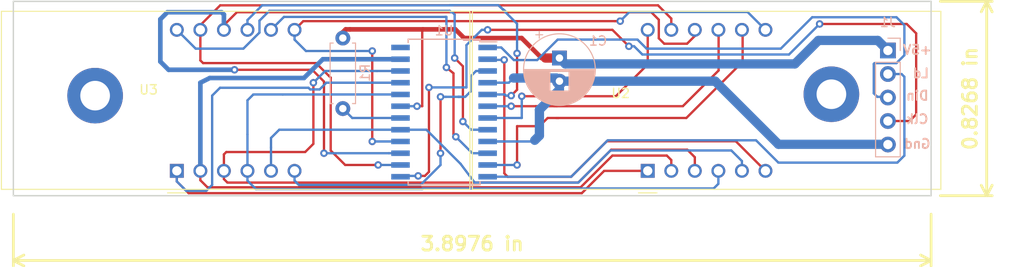
<source format=kicad_pcb>
(kicad_pcb (version 20171130) (host pcbnew "(5.0.2)-1")

  (general
    (thickness 1.6)
    (drawings 15)
    (tracks 330)
    (zones 0)
    (modules 6)
    (nets 24)
  )

  (page A4)
  (layers
    (0 F.Cu signal)
    (31 B.Cu signal)
    (32 B.Adhes user)
    (33 F.Adhes user)
    (34 B.Paste user)
    (35 F.Paste user)
    (36 B.SilkS user)
    (37 F.SilkS user)
    (38 B.Mask user)
    (39 F.Mask user)
    (40 Dwgs.User user)
    (41 Cmts.User user)
    (42 Eco1.User user)
    (43 Eco2.User user)
    (44 Edge.Cuts user)
    (45 Margin user)
    (46 B.CrtYd user)
    (47 F.CrtYd user)
    (48 B.Fab user)
    (49 F.Fab user)
  )

  (setup
    (last_trace_width 0.25)
    (user_trace_width 0.5)
    (user_trace_width 0.75)
    (user_trace_width 1)
    (user_trace_width 1.25)
    (user_trace_width 1.5)
    (trace_clearance 0.2)
    (zone_clearance 0.508)
    (zone_45_only no)
    (trace_min 0.2)
    (segment_width 0.2)
    (edge_width 0.15)
    (via_size 0.8)
    (via_drill 0.4)
    (via_min_size 0.4)
    (via_min_drill 0.3)
    (uvia_size 0.3)
    (uvia_drill 0.1)
    (uvias_allowed no)
    (uvia_min_size 0.2)
    (uvia_min_drill 0.1)
    (pcb_text_width 0.3)
    (pcb_text_size 1.5 1.5)
    (mod_edge_width 0.15)
    (mod_text_size 1 1)
    (mod_text_width 0.15)
    (pad_size 1.524 1.524)
    (pad_drill 0.762)
    (pad_to_mask_clearance 0.051)
    (solder_mask_min_width 0.25)
    (aux_axis_origin 0 0)
    (visible_elements 7FFFFFFF)
    (pcbplotparams
      (layerselection 0x010fc_ffffffff)
      (usegerberextensions false)
      (usegerberattributes false)
      (usegerberadvancedattributes false)
      (creategerberjobfile false)
      (excludeedgelayer true)
      (linewidth 0.100000)
      (plotframeref false)
      (viasonmask false)
      (mode 1)
      (useauxorigin false)
      (hpglpennumber 1)
      (hpglpenspeed 20)
      (hpglpendiameter 15.000000)
      (psnegative false)
      (psa4output false)
      (plotreference true)
      (plotvalue true)
      (plotinvisibletext false)
      (padsonsilk false)
      (subtractmaskfromsilk false)
      (outputformat 1)
      (mirror false)
      (drillshape 0)
      (scaleselection 1)
      (outputdirectory ""))
  )

  (net 0 "")
  (net 1 +5V)
  (net 2 GNDD)
  (net 3 "Net-(J1-Pad2)")
  (net 4 "Net-(J1-Pad3)")
  (net 5 "Net-(J1-Pad4)")
  (net 6 "Net-(R1-Pad1)")
  (net 7 "Net-(U1-Pad2)")
  (net 8 "Net-(U1-Pad3)")
  (net 9 "Net-(U1-Pad5)")
  (net 10 "Net-(U1-Pad6)")
  (net 11 "Net-(U1-Pad7)")
  (net 12 "Net-(U1-Pad8)")
  (net 13 "Net-(U1-Pad10)")
  (net 14 "Net-(U1-Pad11)")
  (net 15 "Net-(U1-Pad14)")
  (net 16 "Net-(U1-Pad15)")
  (net 17 "Net-(U1-Pad16)")
  (net 18 "Net-(U1-Pad17)")
  (net 19 "Net-(U1-Pad20)")
  (net 20 "Net-(U1-Pad21)")
  (net 21 "Net-(U1-Pad22)")
  (net 22 "Net-(U1-Pad23)")
  (net 23 "Net-(U1-Pad24)")

  (net_class Default "This is the default net class."
    (clearance 0.2)
    (trace_width 0.25)
    (via_dia 0.8)
    (via_drill 0.4)
    (uvia_dia 0.3)
    (uvia_drill 0.1)
    (add_net +5V)
    (add_net GNDD)
    (add_net "Net-(J1-Pad2)")
    (add_net "Net-(J1-Pad3)")
    (add_net "Net-(J1-Pad4)")
    (add_net "Net-(R1-Pad1)")
    (add_net "Net-(U1-Pad10)")
    (add_net "Net-(U1-Pad11)")
    (add_net "Net-(U1-Pad14)")
    (add_net "Net-(U1-Pad15)")
    (add_net "Net-(U1-Pad16)")
    (add_net "Net-(U1-Pad17)")
    (add_net "Net-(U1-Pad2)")
    (add_net "Net-(U1-Pad20)")
    (add_net "Net-(U1-Pad21)")
    (add_net "Net-(U1-Pad22)")
    (add_net "Net-(U1-Pad23)")
    (add_net "Net-(U1-Pad24)")
    (add_net "Net-(U1-Pad3)")
    (add_net "Net-(U1-Pad5)")
    (add_net "Net-(U1-Pad6)")
    (add_net "Net-(U1-Pad7)")
    (add_net "Net-(U1-Pad8)")
  )

  (module Capacitor_THT:CP_Radial_D7.5mm_P2.50mm (layer B.Cu) (tedit 5AE50EF0) (tstamp 5DB4DB83)
    (at 152.908 95.123 270)
    (descr "CP, Radial series, Radial, pin pitch=2.50mm, , diameter=7.5mm, Electrolytic Capacitor")
    (tags "CP Radial series Radial pin pitch 2.50mm  diameter 7.5mm Electrolytic Capacitor")
    (path /5DA84158)
    (fp_text reference C1 (at -1.8542 -4.1656) (layer B.SilkS)
      (effects (font (size 1 1) (thickness 0.15)) (justify mirror))
    )
    (fp_text value 100uF (at 1.27 -6.477) (layer B.Fab)
      (effects (font (size 1 1) (thickness 0.15)) (justify mirror))
    )
    (fp_text user %R (at -0.3302 -5.842) (layer B.Fab)
      (effects (font (size 1 1) (thickness 0.15)) (justify mirror))
    )
    (fp_line (start -2.517211 2.55) (end -2.517211 1.8) (layer B.SilkS) (width 0.12))
    (fp_line (start -2.892211 2.175) (end -2.142211 2.175) (layer B.SilkS) (width 0.12))
    (fp_line (start 5.091 0.441) (end 5.091 -0.441) (layer B.SilkS) (width 0.12))
    (fp_line (start 5.051 0.693) (end 5.051 -0.693) (layer B.SilkS) (width 0.12))
    (fp_line (start 5.011 0.877) (end 5.011 -0.877) (layer B.SilkS) (width 0.12))
    (fp_line (start 4.971 1.028) (end 4.971 -1.028) (layer B.SilkS) (width 0.12))
    (fp_line (start 4.931 1.158) (end 4.931 -1.158) (layer B.SilkS) (width 0.12))
    (fp_line (start 4.891 1.275) (end 4.891 -1.275) (layer B.SilkS) (width 0.12))
    (fp_line (start 4.851 1.381) (end 4.851 -1.381) (layer B.SilkS) (width 0.12))
    (fp_line (start 4.811 1.478) (end 4.811 -1.478) (layer B.SilkS) (width 0.12))
    (fp_line (start 4.771 1.569) (end 4.771 -1.569) (layer B.SilkS) (width 0.12))
    (fp_line (start 4.731 1.654) (end 4.731 -1.654) (layer B.SilkS) (width 0.12))
    (fp_line (start 4.691 1.733) (end 4.691 -1.733) (layer B.SilkS) (width 0.12))
    (fp_line (start 4.651 1.809) (end 4.651 -1.809) (layer B.SilkS) (width 0.12))
    (fp_line (start 4.611 1.881) (end 4.611 -1.881) (layer B.SilkS) (width 0.12))
    (fp_line (start 4.571 1.949) (end 4.571 -1.949) (layer B.SilkS) (width 0.12))
    (fp_line (start 4.531 2.014) (end 4.531 -2.014) (layer B.SilkS) (width 0.12))
    (fp_line (start 4.491 2.077) (end 4.491 -2.077) (layer B.SilkS) (width 0.12))
    (fp_line (start 4.451 2.137) (end 4.451 -2.137) (layer B.SilkS) (width 0.12))
    (fp_line (start 4.411 2.195) (end 4.411 -2.195) (layer B.SilkS) (width 0.12))
    (fp_line (start 4.371 2.25) (end 4.371 -2.25) (layer B.SilkS) (width 0.12))
    (fp_line (start 4.331 2.304) (end 4.331 -2.304) (layer B.SilkS) (width 0.12))
    (fp_line (start 4.291 2.355) (end 4.291 -2.355) (layer B.SilkS) (width 0.12))
    (fp_line (start 4.251 2.405) (end 4.251 -2.405) (layer B.SilkS) (width 0.12))
    (fp_line (start 4.211 2.454) (end 4.211 -2.454) (layer B.SilkS) (width 0.12))
    (fp_line (start 4.171 2.5) (end 4.171 -2.5) (layer B.SilkS) (width 0.12))
    (fp_line (start 4.131 2.546) (end 4.131 -2.546) (layer B.SilkS) (width 0.12))
    (fp_line (start 4.091 2.589) (end 4.091 -2.589) (layer B.SilkS) (width 0.12))
    (fp_line (start 4.051 2.632) (end 4.051 -2.632) (layer B.SilkS) (width 0.12))
    (fp_line (start 4.011 2.673) (end 4.011 -2.673) (layer B.SilkS) (width 0.12))
    (fp_line (start 3.971 2.713) (end 3.971 -2.713) (layer B.SilkS) (width 0.12))
    (fp_line (start 3.931 2.752) (end 3.931 -2.752) (layer B.SilkS) (width 0.12))
    (fp_line (start 3.891 2.79) (end 3.891 -2.79) (layer B.SilkS) (width 0.12))
    (fp_line (start 3.851 2.827) (end 3.851 -2.827) (layer B.SilkS) (width 0.12))
    (fp_line (start 3.811 2.863) (end 3.811 -2.863) (layer B.SilkS) (width 0.12))
    (fp_line (start 3.771 2.898) (end 3.771 -2.898) (layer B.SilkS) (width 0.12))
    (fp_line (start 3.731 2.931) (end 3.731 -2.931) (layer B.SilkS) (width 0.12))
    (fp_line (start 3.691 2.964) (end 3.691 -2.964) (layer B.SilkS) (width 0.12))
    (fp_line (start 3.651 2.996) (end 3.651 -2.996) (layer B.SilkS) (width 0.12))
    (fp_line (start 3.611 3.028) (end 3.611 -3.028) (layer B.SilkS) (width 0.12))
    (fp_line (start 3.571 3.058) (end 3.571 -3.058) (layer B.SilkS) (width 0.12))
    (fp_line (start 3.531 -1.04) (end 3.531 -3.088) (layer B.SilkS) (width 0.12))
    (fp_line (start 3.531 3.088) (end 3.531 1.04) (layer B.SilkS) (width 0.12))
    (fp_line (start 3.491 -1.04) (end 3.491 -3.116) (layer B.SilkS) (width 0.12))
    (fp_line (start 3.491 3.116) (end 3.491 1.04) (layer B.SilkS) (width 0.12))
    (fp_line (start 3.451 -1.04) (end 3.451 -3.144) (layer B.SilkS) (width 0.12))
    (fp_line (start 3.451 3.144) (end 3.451 1.04) (layer B.SilkS) (width 0.12))
    (fp_line (start 3.411 -1.04) (end 3.411 -3.172) (layer B.SilkS) (width 0.12))
    (fp_line (start 3.411 3.172) (end 3.411 1.04) (layer B.SilkS) (width 0.12))
    (fp_line (start 3.371 -1.04) (end 3.371 -3.198) (layer B.SilkS) (width 0.12))
    (fp_line (start 3.371 3.198) (end 3.371 1.04) (layer B.SilkS) (width 0.12))
    (fp_line (start 3.331 -1.04) (end 3.331 -3.224) (layer B.SilkS) (width 0.12))
    (fp_line (start 3.331 3.224) (end 3.331 1.04) (layer B.SilkS) (width 0.12))
    (fp_line (start 3.291 -1.04) (end 3.291 -3.249) (layer B.SilkS) (width 0.12))
    (fp_line (start 3.291 3.249) (end 3.291 1.04) (layer B.SilkS) (width 0.12))
    (fp_line (start 3.251 -1.04) (end 3.251 -3.274) (layer B.SilkS) (width 0.12))
    (fp_line (start 3.251 3.274) (end 3.251 1.04) (layer B.SilkS) (width 0.12))
    (fp_line (start 3.211 -1.04) (end 3.211 -3.297) (layer B.SilkS) (width 0.12))
    (fp_line (start 3.211 3.297) (end 3.211 1.04) (layer B.SilkS) (width 0.12))
    (fp_line (start 3.171 -1.04) (end 3.171 -3.321) (layer B.SilkS) (width 0.12))
    (fp_line (start 3.171 3.321) (end 3.171 1.04) (layer B.SilkS) (width 0.12))
    (fp_line (start 3.131 -1.04) (end 3.131 -3.343) (layer B.SilkS) (width 0.12))
    (fp_line (start 3.131 3.343) (end 3.131 1.04) (layer B.SilkS) (width 0.12))
    (fp_line (start 3.091 -1.04) (end 3.091 -3.365) (layer B.SilkS) (width 0.12))
    (fp_line (start 3.091 3.365) (end 3.091 1.04) (layer B.SilkS) (width 0.12))
    (fp_line (start 3.051 -1.04) (end 3.051 -3.386) (layer B.SilkS) (width 0.12))
    (fp_line (start 3.051 3.386) (end 3.051 1.04) (layer B.SilkS) (width 0.12))
    (fp_line (start 3.011 -1.04) (end 3.011 -3.407) (layer B.SilkS) (width 0.12))
    (fp_line (start 3.011 3.407) (end 3.011 1.04) (layer B.SilkS) (width 0.12))
    (fp_line (start 2.971 -1.04) (end 2.971 -3.427) (layer B.SilkS) (width 0.12))
    (fp_line (start 2.971 3.427) (end 2.971 1.04) (layer B.SilkS) (width 0.12))
    (fp_line (start 2.931 -1.04) (end 2.931 -3.447) (layer B.SilkS) (width 0.12))
    (fp_line (start 2.931 3.447) (end 2.931 1.04) (layer B.SilkS) (width 0.12))
    (fp_line (start 2.891 -1.04) (end 2.891 -3.466) (layer B.SilkS) (width 0.12))
    (fp_line (start 2.891 3.466) (end 2.891 1.04) (layer B.SilkS) (width 0.12))
    (fp_line (start 2.851 -1.04) (end 2.851 -3.484) (layer B.SilkS) (width 0.12))
    (fp_line (start 2.851 3.484) (end 2.851 1.04) (layer B.SilkS) (width 0.12))
    (fp_line (start 2.811 -1.04) (end 2.811 -3.502) (layer B.SilkS) (width 0.12))
    (fp_line (start 2.811 3.502) (end 2.811 1.04) (layer B.SilkS) (width 0.12))
    (fp_line (start 2.771 -1.04) (end 2.771 -3.52) (layer B.SilkS) (width 0.12))
    (fp_line (start 2.771 3.52) (end 2.771 1.04) (layer B.SilkS) (width 0.12))
    (fp_line (start 2.731 -1.04) (end 2.731 -3.536) (layer B.SilkS) (width 0.12))
    (fp_line (start 2.731 3.536) (end 2.731 1.04) (layer B.SilkS) (width 0.12))
    (fp_line (start 2.691 -1.04) (end 2.691 -3.553) (layer B.SilkS) (width 0.12))
    (fp_line (start 2.691 3.553) (end 2.691 1.04) (layer B.SilkS) (width 0.12))
    (fp_line (start 2.651 -1.04) (end 2.651 -3.568) (layer B.SilkS) (width 0.12))
    (fp_line (start 2.651 3.568) (end 2.651 1.04) (layer B.SilkS) (width 0.12))
    (fp_line (start 2.611 -1.04) (end 2.611 -3.584) (layer B.SilkS) (width 0.12))
    (fp_line (start 2.611 3.584) (end 2.611 1.04) (layer B.SilkS) (width 0.12))
    (fp_line (start 2.571 -1.04) (end 2.571 -3.598) (layer B.SilkS) (width 0.12))
    (fp_line (start 2.571 3.598) (end 2.571 1.04) (layer B.SilkS) (width 0.12))
    (fp_line (start 2.531 -1.04) (end 2.531 -3.613) (layer B.SilkS) (width 0.12))
    (fp_line (start 2.531 3.613) (end 2.531 1.04) (layer B.SilkS) (width 0.12))
    (fp_line (start 2.491 -1.04) (end 2.491 -3.626) (layer B.SilkS) (width 0.12))
    (fp_line (start 2.491 3.626) (end 2.491 1.04) (layer B.SilkS) (width 0.12))
    (fp_line (start 2.451 -1.04) (end 2.451 -3.64) (layer B.SilkS) (width 0.12))
    (fp_line (start 2.451 3.64) (end 2.451 1.04) (layer B.SilkS) (width 0.12))
    (fp_line (start 2.411 -1.04) (end 2.411 -3.653) (layer B.SilkS) (width 0.12))
    (fp_line (start 2.411 3.653) (end 2.411 1.04) (layer B.SilkS) (width 0.12))
    (fp_line (start 2.371 -1.04) (end 2.371 -3.665) (layer B.SilkS) (width 0.12))
    (fp_line (start 2.371 3.665) (end 2.371 1.04) (layer B.SilkS) (width 0.12))
    (fp_line (start 2.331 -1.04) (end 2.331 -3.677) (layer B.SilkS) (width 0.12))
    (fp_line (start 2.331 3.677) (end 2.331 1.04) (layer B.SilkS) (width 0.12))
    (fp_line (start 2.291 -1.04) (end 2.291 -3.688) (layer B.SilkS) (width 0.12))
    (fp_line (start 2.291 3.688) (end 2.291 1.04) (layer B.SilkS) (width 0.12))
    (fp_line (start 2.251 -1.04) (end 2.251 -3.699) (layer B.SilkS) (width 0.12))
    (fp_line (start 2.251 3.699) (end 2.251 1.04) (layer B.SilkS) (width 0.12))
    (fp_line (start 2.211 -1.04) (end 2.211 -3.71) (layer B.SilkS) (width 0.12))
    (fp_line (start 2.211 3.71) (end 2.211 1.04) (layer B.SilkS) (width 0.12))
    (fp_line (start 2.171 -1.04) (end 2.171 -3.72) (layer B.SilkS) (width 0.12))
    (fp_line (start 2.171 3.72) (end 2.171 1.04) (layer B.SilkS) (width 0.12))
    (fp_line (start 2.131 -1.04) (end 2.131 -3.729) (layer B.SilkS) (width 0.12))
    (fp_line (start 2.131 3.729) (end 2.131 1.04) (layer B.SilkS) (width 0.12))
    (fp_line (start 2.091 -1.04) (end 2.091 -3.738) (layer B.SilkS) (width 0.12))
    (fp_line (start 2.091 3.738) (end 2.091 1.04) (layer B.SilkS) (width 0.12))
    (fp_line (start 2.051 -1.04) (end 2.051 -3.747) (layer B.SilkS) (width 0.12))
    (fp_line (start 2.051 3.747) (end 2.051 1.04) (layer B.SilkS) (width 0.12))
    (fp_line (start 2.011 -1.04) (end 2.011 -3.755) (layer B.SilkS) (width 0.12))
    (fp_line (start 2.011 3.755) (end 2.011 1.04) (layer B.SilkS) (width 0.12))
    (fp_line (start 1.971 -1.04) (end 1.971 -3.763) (layer B.SilkS) (width 0.12))
    (fp_line (start 1.971 3.763) (end 1.971 1.04) (layer B.SilkS) (width 0.12))
    (fp_line (start 1.93 -1.04) (end 1.93 -3.77) (layer B.SilkS) (width 0.12))
    (fp_line (start 1.93 3.77) (end 1.93 1.04) (layer B.SilkS) (width 0.12))
    (fp_line (start 1.89 -1.04) (end 1.89 -3.777) (layer B.SilkS) (width 0.12))
    (fp_line (start 1.89 3.777) (end 1.89 1.04) (layer B.SilkS) (width 0.12))
    (fp_line (start 1.85 -1.04) (end 1.85 -3.784) (layer B.SilkS) (width 0.12))
    (fp_line (start 1.85 3.784) (end 1.85 1.04) (layer B.SilkS) (width 0.12))
    (fp_line (start 1.81 -1.04) (end 1.81 -3.79) (layer B.SilkS) (width 0.12))
    (fp_line (start 1.81 3.79) (end 1.81 1.04) (layer B.SilkS) (width 0.12))
    (fp_line (start 1.77 -1.04) (end 1.77 -3.795) (layer B.SilkS) (width 0.12))
    (fp_line (start 1.77 3.795) (end 1.77 1.04) (layer B.SilkS) (width 0.12))
    (fp_line (start 1.73 -1.04) (end 1.73 -3.801) (layer B.SilkS) (width 0.12))
    (fp_line (start 1.73 3.801) (end 1.73 1.04) (layer B.SilkS) (width 0.12))
    (fp_line (start 1.69 -1.04) (end 1.69 -3.805) (layer B.SilkS) (width 0.12))
    (fp_line (start 1.69 3.805) (end 1.69 1.04) (layer B.SilkS) (width 0.12))
    (fp_line (start 1.65 -1.04) (end 1.65 -3.81) (layer B.SilkS) (width 0.12))
    (fp_line (start 1.65 3.81) (end 1.65 1.04) (layer B.SilkS) (width 0.12))
    (fp_line (start 1.61 -1.04) (end 1.61 -3.814) (layer B.SilkS) (width 0.12))
    (fp_line (start 1.61 3.814) (end 1.61 1.04) (layer B.SilkS) (width 0.12))
    (fp_line (start 1.57 -1.04) (end 1.57 -3.817) (layer B.SilkS) (width 0.12))
    (fp_line (start 1.57 3.817) (end 1.57 1.04) (layer B.SilkS) (width 0.12))
    (fp_line (start 1.53 -1.04) (end 1.53 -3.82) (layer B.SilkS) (width 0.12))
    (fp_line (start 1.53 3.82) (end 1.53 1.04) (layer B.SilkS) (width 0.12))
    (fp_line (start 1.49 -1.04) (end 1.49 -3.823) (layer B.SilkS) (width 0.12))
    (fp_line (start 1.49 3.823) (end 1.49 1.04) (layer B.SilkS) (width 0.12))
    (fp_line (start 1.45 3.825) (end 1.45 -3.825) (layer B.SilkS) (width 0.12))
    (fp_line (start 1.41 3.827) (end 1.41 -3.827) (layer B.SilkS) (width 0.12))
    (fp_line (start 1.37 3.829) (end 1.37 -3.829) (layer B.SilkS) (width 0.12))
    (fp_line (start 1.33 3.83) (end 1.33 -3.83) (layer B.SilkS) (width 0.12))
    (fp_line (start 1.29 3.83) (end 1.29 -3.83) (layer B.SilkS) (width 0.12))
    (fp_line (start 1.25 3.83) (end 1.25 -3.83) (layer B.SilkS) (width 0.12))
    (fp_line (start -1.586233 2.0125) (end -1.586233 1.2625) (layer B.Fab) (width 0.1))
    (fp_line (start -1.961233 1.6375) (end -1.211233 1.6375) (layer B.Fab) (width 0.1))
    (fp_circle (center 1.25 0) (end 5.25 0) (layer B.CrtYd) (width 0.05))
    (fp_circle (center 1.25 0) (end 5.12 0) (layer B.SilkS) (width 0.12))
    (fp_circle (center 1.25 0) (end 5 0) (layer B.Fab) (width 0.1))
    (pad 2 thru_hole circle (at 2.5 0 270) (size 1.6 1.6) (drill 0.8) (layers *.Cu *.Mask)
      (net 2 GNDD))
    (pad 1 thru_hole rect (at 0 0 270) (size 1.6 1.6) (drill 0.8) (layers *.Cu *.Mask)
      (net 1 +5V))
    (model ${KISYS3DMOD}/Capacitor_THT.3dshapes/CP_Radial_D7.5mm_P2.50mm.wrl
      (at (xyz 0 0 0))
      (scale (xyz 1 1 1))
      (rotate (xyz 0 0 0))
    )
  )

  (module Resistor_THT:R_Axial_DIN0207_L6.3mm_D2.5mm_P7.62mm_Horizontal (layer B.Cu) (tedit 5AE5139B) (tstamp 5DB4DBAD)
    (at 129.54 100.584 90)
    (descr "Resistor, Axial_DIN0207 series, Axial, Horizontal, pin pitch=7.62mm, 0.25W = 1/4W, length*diameter=6.3*2.5mm^2, http://cdn-reichelt.de/documents/datenblatt/B400/1_4W%23YAG.pdf")
    (tags "Resistor Axial_DIN0207 series Axial Horizontal pin pitch 7.62mm 0.25W = 1/4W length 6.3mm diameter 2.5mm")
    (path /5DA83BB5)
    (fp_text reference R1 (at 3.8608 2.413 90) (layer B.SilkS)
      (effects (font (size 1 1) (thickness 0.15)) (justify mirror))
    )
    (fp_text value 9K51* (at 5.207 0.127 90) (layer B.Fab)
      (effects (font (size 1 1) (thickness 0.15)) (justify mirror))
    )
    (fp_text user %R (at 2.286 0.127 90) (layer B.Fab)
      (effects (font (size 1 1) (thickness 0.15)) (justify mirror))
    )
    (fp_line (start 8.67 1.5) (end -1.05 1.5) (layer B.CrtYd) (width 0.05))
    (fp_line (start 8.67 -1.5) (end 8.67 1.5) (layer B.CrtYd) (width 0.05))
    (fp_line (start -1.05 -1.5) (end 8.67 -1.5) (layer B.CrtYd) (width 0.05))
    (fp_line (start -1.05 1.5) (end -1.05 -1.5) (layer B.CrtYd) (width 0.05))
    (fp_line (start 7.08 -1.37) (end 7.08 -1.04) (layer B.SilkS) (width 0.12))
    (fp_line (start 0.54 -1.37) (end 7.08 -1.37) (layer B.SilkS) (width 0.12))
    (fp_line (start 0.54 -1.04) (end 0.54 -1.37) (layer B.SilkS) (width 0.12))
    (fp_line (start 7.08 1.37) (end 7.08 1.04) (layer B.SilkS) (width 0.12))
    (fp_line (start 0.54 1.37) (end 7.08 1.37) (layer B.SilkS) (width 0.12))
    (fp_line (start 0.54 1.04) (end 0.54 1.37) (layer B.SilkS) (width 0.12))
    (fp_line (start 7.62 0) (end 6.96 0) (layer B.Fab) (width 0.1))
    (fp_line (start 0 0) (end 0.66 0) (layer B.Fab) (width 0.1))
    (fp_line (start 6.96 1.25) (end 0.66 1.25) (layer B.Fab) (width 0.1))
    (fp_line (start 6.96 -1.25) (end 6.96 1.25) (layer B.Fab) (width 0.1))
    (fp_line (start 0.66 -1.25) (end 6.96 -1.25) (layer B.Fab) (width 0.1))
    (fp_line (start 0.66 1.25) (end 0.66 -1.25) (layer B.Fab) (width 0.1))
    (pad 2 thru_hole oval (at 7.62 0 90) (size 1.6 1.6) (drill 0.8) (layers *.Cu *.Mask)
      (net 1 +5V))
    (pad 1 thru_hole circle (at 0 0 90) (size 1.6 1.6) (drill 0.8) (layers *.Cu *.Mask)
      (net 6 "Net-(R1-Pad1)"))
    (model ${KISYS3DMOD}/Resistor_THT.3dshapes/R_Axial_DIN0207_L6.3mm_D2.5mm_P7.62mm_Horizontal.wrl
      (at (xyz 0 0 0))
      (scale (xyz 1 1 1))
      (rotate (xyz 0 0 0))
    )
  )

  (module Display_7Segment:CA56-12SYKWA (layer F.Cu) (tedit 5A02FE84) (tstamp 5DB4DC3C)
    (at 111.633 107.315 90)
    (descr "4 digit 7 segment green LED, http://www.kingbright.com/attachments/file/psearch/000/00/00/CA56-12SYKWA(Ver.6A).pdf")
    (tags "4 digit 7 segment green LED")
    (path /5DA83B15)
    (fp_text reference U3 (at 8.763 -3.048 180) (layer F.SilkS)
      (effects (font (size 1 1) (thickness 0.15)))
    )
    (fp_text value CC56-12SYKWA (at 6.985 -2.032 180) (layer F.Fab)
      (effects (font (size 1 1) (thickness 0.15)))
    )
    (fp_text user %R (at 8.763 -1.143 180) (layer F.Fab)
      (effects (font (size 1 1) (thickness 0.15)))
    )
    (fp_line (start -1.88 1) (end -1.88 31.5) (layer F.Fab) (width 0.1))
    (fp_line (start -1.88 31.5) (end 17.12 31.5) (layer F.Fab) (width 0.1))
    (fp_line (start 17.12 -18.8) (end 17.12 31.5) (layer F.Fab) (width 0.1))
    (fp_line (start -1.88 -18.8) (end 17.12 -18.8) (layer F.Fab) (width 0.1))
    (fp_line (start -2.38 -1) (end -2.38 1) (layer F.SilkS) (width 0.12))
    (fp_line (start -2.13 31.75) (end -2.13 -19.05) (layer F.CrtYd) (width 0.05))
    (fp_line (start 17.37 31.75) (end -2.13 31.75) (layer F.CrtYd) (width 0.05))
    (fp_line (start 17.37 -19.05) (end 17.37 31.75) (layer F.CrtYd) (width 0.05))
    (fp_line (start -2.13 -19.05) (end 17.37 -19.05) (layer F.CrtYd) (width 0.05))
    (fp_line (start -1.88 -1) (end -1.88 -18.8) (layer F.Fab) (width 0.1))
    (fp_line (start -0.88 0) (end -1.88 -1) (layer F.Fab) (width 0.1))
    (fp_line (start -1.88 1) (end -0.88 0) (layer F.Fab) (width 0.1))
    (fp_line (start 17.24 31.62) (end 17.24 -18.92) (layer F.SilkS) (width 0.12))
    (fp_line (start -2 31.62) (end 17.24 31.62) (layer F.SilkS) (width 0.12))
    (fp_line (start -2 -18.92) (end -2 31.62) (layer F.SilkS) (width 0.12))
    (fp_line (start -2 -18.92) (end 17.24 -18.92) (layer F.SilkS) (width 0.12))
    (pad 12 thru_hole circle (at 15.24 0 90) (size 1.5 1.5) (drill 1) (layers *.Cu *.Mask)
      (net 12 "Net-(U1-Pad8)"))
    (pad 11 thru_hole circle (at 15.24 2.54 90) (size 1.5 1.5) (drill 1) (layers *.Cu *.Mask)
      (net 15 "Net-(U1-Pad14)"))
    (pad 10 thru_hole circle (at 15.24 5.08 90) (size 1.5 1.5) (drill 1) (layers *.Cu *.Mask)
      (net 16 "Net-(U1-Pad15)"))
    (pad 9 thru_hole circle (at 15.24 7.62 90) (size 1.5 1.5) (drill 1) (layers *.Cu *.Mask)
      (net 9 "Net-(U1-Pad5)"))
    (pad 8 thru_hole circle (at 15.24 10.16 90) (size 1.5 1.5) (drill 1) (layers *.Cu *.Mask)
      (net 13 "Net-(U1-Pad10)"))
    (pad 7 thru_hole circle (at 15.24 12.7 90) (size 1.5 1.5) (drill 1) (layers *.Cu *.Mask)
      (net 17 "Net-(U1-Pad16)"))
    (pad 6 thru_hole circle (at 0 12.7 90) (size 1.5 1.5) (drill 1) (layers *.Cu *.Mask)
      (net 8 "Net-(U1-Pad3)"))
    (pad 5 thru_hole circle (at 0 10.16 90) (size 1.5 1.5) (drill 1) (layers *.Cu *.Mask)
      (net 18 "Net-(U1-Pad17)"))
    (pad 4 thru_hole circle (at 0 7.62 90) (size 1.5 1.5) (drill 1) (layers *.Cu *.Mask)
      (net 19 "Net-(U1-Pad20)"))
    (pad 3 thru_hole circle (at 0 5.08 90) (size 1.5 1.5) (drill 1) (layers *.Cu *.Mask)
      (net 21 "Net-(U1-Pad22)"))
    (pad 2 thru_hole circle (at 0 2.54 90) (size 1.5 1.5) (drill 1) (layers *.Cu *.Mask)
      (net 22 "Net-(U1-Pad23)"))
    (pad 1 thru_hole rect (at 0 0 90) (size 1.5 1.5) (drill 1) (layers *.Cu *.Mask)
      (net 20 "Net-(U1-Pad21)"))
    (model ${KISYS3DMOD}/Display_7Segment.3dshapes/CA56-12SYKWA.wrl
      (at (xyz 0 0 0))
      (scale (xyz 1 1 1))
      (rotate (xyz 0 0 0))
    )
  )

  (module Connector_PinHeader_2.54mm:PinHeader_1x05_P2.54mm_Vertical (layer B.Cu) (tedit 59FED5CC) (tstamp 5DB4DB9C)
    (at 188.341 94.3102 180)
    (descr "Through hole straight pin header, 1x05, 2.54mm pitch, single row")
    (tags "Through hole pin header THT 1x05 2.54mm single row")
    (path /5DA84379)
    (fp_text reference J1 (at 0 3.048 180) (layer B.SilkS)
      (effects (font (size 1 1) (thickness 0.15)) (justify mirror))
    )
    (fp_text value Conn_01x05 (at 2.921 -12.954 180) (layer B.Fab)
      (effects (font (size 1 1) (thickness 0.15)) (justify mirror))
    )
    (fp_line (start -0.635 1.27) (end 1.27 1.27) (layer B.Fab) (width 0.1))
    (fp_line (start 1.27 1.27) (end 1.27 -11.43) (layer B.Fab) (width 0.1))
    (fp_line (start 1.27 -11.43) (end -1.27 -11.43) (layer B.Fab) (width 0.1))
    (fp_line (start -1.27 -11.43) (end -1.27 0.635) (layer B.Fab) (width 0.1))
    (fp_line (start -1.27 0.635) (end -0.635 1.27) (layer B.Fab) (width 0.1))
    (fp_line (start -1.33 -11.49) (end 1.33 -11.49) (layer B.SilkS) (width 0.12))
    (fp_line (start -1.33 -1.27) (end -1.33 -11.49) (layer B.SilkS) (width 0.12))
    (fp_line (start 1.33 -1.27) (end 1.33 -11.49) (layer B.SilkS) (width 0.12))
    (fp_line (start -1.33 -1.27) (end 1.33 -1.27) (layer B.SilkS) (width 0.12))
    (fp_line (start -1.33 0) (end -1.33 1.33) (layer B.SilkS) (width 0.12))
    (fp_line (start -1.33 1.33) (end 0 1.33) (layer B.SilkS) (width 0.12))
    (fp_line (start -1.8 1.8) (end -1.8 -11.95) (layer B.CrtYd) (width 0.05))
    (fp_line (start -1.8 -11.95) (end 1.8 -11.95) (layer B.CrtYd) (width 0.05))
    (fp_line (start 1.8 -11.95) (end 1.8 1.8) (layer B.CrtYd) (width 0.05))
    (fp_line (start 1.8 1.8) (end -1.8 1.8) (layer B.CrtYd) (width 0.05))
    (fp_text user %R (at 0 -5.08 90) (layer B.Fab)
      (effects (font (size 1 1) (thickness 0.15)) (justify mirror))
    )
    (pad 1 thru_hole rect (at 0 0 180) (size 1.7 1.7) (drill 1) (layers *.Cu *.Mask)
      (net 1 +5V))
    (pad 2 thru_hole oval (at 0 -2.54 180) (size 1.7 1.7) (drill 1) (layers *.Cu *.Mask)
      (net 3 "Net-(J1-Pad2)"))
    (pad 3 thru_hole oval (at 0 -5.08 180) (size 1.7 1.7) (drill 1) (layers *.Cu *.Mask)
      (net 4 "Net-(J1-Pad3)"))
    (pad 4 thru_hole oval (at 0 -7.62 180) (size 1.7 1.7) (drill 1) (layers *.Cu *.Mask)
      (net 5 "Net-(J1-Pad4)"))
    (pad 5 thru_hole oval (at 0 -10.16 180) (size 1.7 1.7) (drill 1) (layers *.Cu *.Mask)
      (net 2 GNDD))
    (model ${KISYS3DMOD}/Connector_PinHeader_2.54mm.3dshapes/PinHeader_1x05_P2.54mm_Vertical.wrl
      (at (xyz 0 0 0))
      (scale (xyz 1 1 1))
      (rotate (xyz 0 0 0))
    )
  )

  (module Display_7Segment:CA56-12SYKWA (layer F.Cu) (tedit 5A02FE84) (tstamp 5DB4DC1B)
    (at 162.433 107.315 90)
    (descr "4 digit 7 segment green LED, http://www.kingbright.com/attachments/file/psearch/000/00/00/CA56-12SYKWA(Ver.6A).pdf")
    (tags "4 digit 7 segment green LED")
    (path /5DA83A71)
    (fp_text reference U2 (at 8.382 -2.921 180) (layer F.SilkS)
      (effects (font (size 1 1) (thickness 0.15)))
    )
    (fp_text value CC56-12SYKWA (at 6.604 2.159 180) (layer F.Fab)
      (effects (font (size 1 1) (thickness 0.15)))
    )
    (fp_line (start -2 -18.92) (end 17.24 -18.92) (layer F.SilkS) (width 0.12))
    (fp_line (start -2 -18.92) (end -2 31.62) (layer F.SilkS) (width 0.12))
    (fp_line (start -2 31.62) (end 17.24 31.62) (layer F.SilkS) (width 0.12))
    (fp_line (start 17.24 31.62) (end 17.24 -18.92) (layer F.SilkS) (width 0.12))
    (fp_line (start -1.88 1) (end -0.88 0) (layer F.Fab) (width 0.1))
    (fp_line (start -0.88 0) (end -1.88 -1) (layer F.Fab) (width 0.1))
    (fp_line (start -1.88 -1) (end -1.88 -18.8) (layer F.Fab) (width 0.1))
    (fp_line (start -2.13 -19.05) (end 17.37 -19.05) (layer F.CrtYd) (width 0.05))
    (fp_line (start 17.37 -19.05) (end 17.37 31.75) (layer F.CrtYd) (width 0.05))
    (fp_line (start 17.37 31.75) (end -2.13 31.75) (layer F.CrtYd) (width 0.05))
    (fp_line (start -2.13 31.75) (end -2.13 -19.05) (layer F.CrtYd) (width 0.05))
    (fp_line (start -2.38 -1) (end -2.38 1) (layer F.SilkS) (width 0.12))
    (fp_line (start -1.88 -18.8) (end 17.12 -18.8) (layer F.Fab) (width 0.1))
    (fp_line (start 17.12 -18.8) (end 17.12 31.5) (layer F.Fab) (width 0.1))
    (fp_line (start -1.88 31.5) (end 17.12 31.5) (layer F.Fab) (width 0.1))
    (fp_line (start -1.88 1) (end -1.88 31.5) (layer F.Fab) (width 0.1))
    (fp_text user %R (at 8.382 -0.889 180) (layer F.Fab)
      (effects (font (size 1 1) (thickness 0.15)))
    )
    (pad 1 thru_hole rect (at 0 0 90) (size 1.5 1.5) (drill 1) (layers *.Cu *.Mask)
      (net 20 "Net-(U1-Pad21)"))
    (pad 2 thru_hole circle (at 0 2.54 90) (size 1.5 1.5) (drill 1) (layers *.Cu *.Mask)
      (net 22 "Net-(U1-Pad23)"))
    (pad 3 thru_hole circle (at 0 5.08 90) (size 1.5 1.5) (drill 1) (layers *.Cu *.Mask)
      (net 21 "Net-(U1-Pad22)"))
    (pad 4 thru_hole circle (at 0 7.62 90) (size 1.5 1.5) (drill 1) (layers *.Cu *.Mask)
      (net 19 "Net-(U1-Pad20)"))
    (pad 5 thru_hole circle (at 0 10.16 90) (size 1.5 1.5) (drill 1) (layers *.Cu *.Mask)
      (net 18 "Net-(U1-Pad17)"))
    (pad 6 thru_hole circle (at 0 12.7 90) (size 1.5 1.5) (drill 1) (layers *.Cu *.Mask)
      (net 7 "Net-(U1-Pad2)"))
    (pad 7 thru_hole circle (at 15.24 12.7 90) (size 1.5 1.5) (drill 1) (layers *.Cu *.Mask)
      (net 17 "Net-(U1-Pad16)"))
    (pad 8 thru_hole circle (at 15.24 10.16 90) (size 1.5 1.5) (drill 1) (layers *.Cu *.Mask)
      (net 14 "Net-(U1-Pad11)"))
    (pad 9 thru_hole circle (at 15.24 7.62 90) (size 1.5 1.5) (drill 1) (layers *.Cu *.Mask)
      (net 10 "Net-(U1-Pad6)"))
    (pad 10 thru_hole circle (at 15.24 5.08 90) (size 1.5 1.5) (drill 1) (layers *.Cu *.Mask)
      (net 16 "Net-(U1-Pad15)"))
    (pad 11 thru_hole circle (at 15.24 2.54 90) (size 1.5 1.5) (drill 1) (layers *.Cu *.Mask)
      (net 15 "Net-(U1-Pad14)"))
    (pad 12 thru_hole circle (at 15.24 0 90) (size 1.5 1.5) (drill 1) (layers *.Cu *.Mask)
      (net 11 "Net-(U1-Pad7)"))
    (model ${KISYS3DMOD}/Display_7Segment.3dshapes/CA56-12SYKWA.wrl
      (at (xyz 0 0 0))
      (scale (xyz 1 1 1))
      (rotate (xyz 0 0 0))
    )
  )

  (module Package_SO:SOIC-24W_7.5x15.4mm_P1.27mm (layer B.Cu) (tedit 5A02F2D3) (tstamp 60556F5F)
    (at 140.462 100.965 180)
    (descr "24-Lead Plastic Small Outline (SO) - Wide, 7.50 mm Body [SOIC] (see Microchip Packaging Specification 00000049BS.pdf)")
    (tags "SOIC 1.27")
    (path /5DA839EA)
    (attr smd)
    (fp_text reference U1 (at 0 8.8 180) (layer B.SilkS)
      (effects (font (size 1 1) (thickness 0.15)) (justify mirror))
    )
    (fp_text value MAX7219 (at 0 -8.8 180) (layer B.Fab)
      (effects (font (size 1 1) (thickness 0.15)) (justify mirror))
    )
    (fp_text user %R (at 0 0 180) (layer B.Fab)
      (effects (font (size 1 1) (thickness 0.15)) (justify mirror))
    )
    (fp_line (start -2.75 7.7) (end 3.75 7.7) (layer B.Fab) (width 0.15))
    (fp_line (start 3.75 7.7) (end 3.75 -7.7) (layer B.Fab) (width 0.15))
    (fp_line (start 3.75 -7.7) (end -3.75 -7.7) (layer B.Fab) (width 0.15))
    (fp_line (start -3.75 -7.7) (end -3.75 6.7) (layer B.Fab) (width 0.15))
    (fp_line (start -3.75 6.7) (end -2.75 7.7) (layer B.Fab) (width 0.15))
    (fp_line (start -5.95 8.05) (end -5.95 -8.05) (layer B.CrtYd) (width 0.05))
    (fp_line (start 5.95 8.05) (end 5.95 -8.05) (layer B.CrtYd) (width 0.05))
    (fp_line (start -5.95 8.05) (end 5.95 8.05) (layer B.CrtYd) (width 0.05))
    (fp_line (start -5.95 -8.05) (end 5.95 -8.05) (layer B.CrtYd) (width 0.05))
    (fp_line (start -3.875 7.875) (end -3.875 7.6) (layer B.SilkS) (width 0.15))
    (fp_line (start 3.875 7.875) (end 3.875 7.51) (layer B.SilkS) (width 0.15))
    (fp_line (start 3.875 -7.875) (end 3.875 -7.51) (layer B.SilkS) (width 0.15))
    (fp_line (start -3.875 -7.875) (end -3.875 -7.51) (layer B.SilkS) (width 0.15))
    (fp_line (start -3.875 7.875) (end 3.875 7.875) (layer B.SilkS) (width 0.15))
    (fp_line (start -3.875 -7.875) (end 3.875 -7.875) (layer B.SilkS) (width 0.15))
    (fp_line (start -3.875 7.6) (end -5.7 7.6) (layer B.SilkS) (width 0.15))
    (pad 1 smd rect (at -4.7 6.985 180) (size 2 0.6) (layers B.Cu B.Paste B.Mask)
      (net 4 "Net-(J1-Pad3)"))
    (pad 2 smd rect (at -4.7 5.715 180) (size 2 0.6) (layers B.Cu B.Paste B.Mask)
      (net 7 "Net-(U1-Pad2)"))
    (pad 3 smd rect (at -4.7 4.445 180) (size 2 0.6) (layers B.Cu B.Paste B.Mask)
      (net 8 "Net-(U1-Pad3)"))
    (pad 4 smd rect (at -4.7 3.175 180) (size 2 0.6) (layers B.Cu B.Paste B.Mask)
      (net 2 GNDD))
    (pad 5 smd rect (at -4.7 1.905 180) (size 2 0.6) (layers B.Cu B.Paste B.Mask)
      (net 9 "Net-(U1-Pad5)"))
    (pad 6 smd rect (at -4.7 0.635 180) (size 2 0.6) (layers B.Cu B.Paste B.Mask)
      (net 10 "Net-(U1-Pad6)"))
    (pad 7 smd rect (at -4.7 -0.635 180) (size 2 0.6) (layers B.Cu B.Paste B.Mask)
      (net 11 "Net-(U1-Pad7)"))
    (pad 8 smd rect (at -4.7 -1.905 180) (size 2 0.6) (layers B.Cu B.Paste B.Mask)
      (net 12 "Net-(U1-Pad8)"))
    (pad 9 smd rect (at -4.7 -3.175 180) (size 2 0.6) (layers B.Cu B.Paste B.Mask)
      (net 2 GNDD))
    (pad 10 smd rect (at -4.7 -4.445 180) (size 2 0.6) (layers B.Cu B.Paste B.Mask)
      (net 13 "Net-(U1-Pad10)"))
    (pad 11 smd rect (at -4.7 -5.715 180) (size 2 0.6) (layers B.Cu B.Paste B.Mask)
      (net 14 "Net-(U1-Pad11)"))
    (pad 12 smd rect (at -4.7 -6.985 180) (size 2 0.6) (layers B.Cu B.Paste B.Mask)
      (net 3 "Net-(J1-Pad2)"))
    (pad 13 smd rect (at 4.7 -6.985 180) (size 2 0.6) (layers B.Cu B.Paste B.Mask)
      (net 5 "Net-(J1-Pad4)"))
    (pad 14 smd rect (at 4.7 -5.715 180) (size 2 0.6) (layers B.Cu B.Paste B.Mask)
      (net 15 "Net-(U1-Pad14)"))
    (pad 15 smd rect (at 4.7 -4.445 180) (size 2 0.6) (layers B.Cu B.Paste B.Mask)
      (net 16 "Net-(U1-Pad15)"))
    (pad 16 smd rect (at 4.7 -3.175 180) (size 2 0.6) (layers B.Cu B.Paste B.Mask)
      (net 17 "Net-(U1-Pad16)"))
    (pad 17 smd rect (at 4.7 -1.905 180) (size 2 0.6) (layers B.Cu B.Paste B.Mask)
      (net 18 "Net-(U1-Pad17)"))
    (pad 18 smd rect (at 4.7 -0.635 180) (size 2 0.6) (layers B.Cu B.Paste B.Mask)
      (net 6 "Net-(R1-Pad1)"))
    (pad 19 smd rect (at 4.7 0.635 180) (size 2 0.6) (layers B.Cu B.Paste B.Mask)
      (net 1 +5V))
    (pad 20 smd rect (at 4.7 1.905 180) (size 2 0.6) (layers B.Cu B.Paste B.Mask)
      (net 19 "Net-(U1-Pad20)"))
    (pad 21 smd rect (at 4.7 3.175 180) (size 2 0.6) (layers B.Cu B.Paste B.Mask)
      (net 20 "Net-(U1-Pad21)"))
    (pad 22 smd rect (at 4.7 4.445 180) (size 2 0.6) (layers B.Cu B.Paste B.Mask)
      (net 21 "Net-(U1-Pad22)"))
    (pad 23 smd rect (at 4.7 5.715 180) (size 2 0.6) (layers B.Cu B.Paste B.Mask)
      (net 22 "Net-(U1-Pad23)"))
    (pad 24 smd rect (at 4.7 6.985 180) (size 2 0.6) (layers B.Cu B.Paste B.Mask)
      (net 23 "Net-(U1-Pad24)"))
    (model ${KISYS3DMOD}/Package_SO.3dshapes/SOIC-24W_7.5x15.4mm_P1.27mm.wrl
      (at (xyz 0 0 0))
      (scale (xyz 1 1 1))
      (rotate (xyz 0 0 0))
    )
  )

  (dimension 99 (width 0.3) (layer F.SilkS)
    (gr_text "99.000 mm" (at 143.5 115) (layer F.SilkS)
      (effects (font (size 1.5 1.5) (thickness 0.3)))
    )
    (feature1 (pts (xy 193 112) (xy 193 117.586421)))
    (feature2 (pts (xy 94 112) (xy 94 117.586421)))
    (crossbar (pts (xy 94 117) (xy 193 117)))
    (arrow1a (pts (xy 193 117) (xy 191.873496 117.586421)))
    (arrow1b (pts (xy 193 117) (xy 191.873496 116.413579)))
    (arrow2a (pts (xy 94 117) (xy 95.126504 117.586421)))
    (arrow2b (pts (xy 94 117) (xy 95.126504 116.413579)))
  )
  (dimension 21 (width 0.3) (layer F.SilkS)
    (gr_text "21.000 mm" (at 197 99.5 90) (layer F.SilkS)
      (effects (font (size 1.5 1.5) (thickness 0.3)))
    )
    (feature1 (pts (xy 194 89) (xy 199.586421 89)))
    (feature2 (pts (xy 194 110) (xy 199.586421 110)))
    (crossbar (pts (xy 199 110) (xy 199 89)))
    (arrow1a (pts (xy 199 89) (xy 199.586421 90.126504)))
    (arrow1b (pts (xy 199 89) (xy 198.413579 90.126504)))
    (arrow2a (pts (xy 199 110) (xy 199.586421 108.873496)))
    (arrow2b (pts (xy 199 110) (xy 198.413579 108.873496)))
  )
  (gr_text Din (at 191.516 99.187) (layer B.SilkS)
    (effects (font (size 1 1) (thickness 0.2)) (justify mirror))
  )
  (gr_text Ld (at 191.897 96.774) (layer B.SilkS)
    (effects (font (size 1 1) (thickness 0.2)) (justify mirror))
  )
  (gr_text Clk (at 191.516 101.727) (layer B.SilkS)
    (effects (font (size 1 1) (thickness 0.2)) (justify mirror))
  )
  (gr_text Gnd (at 191.516 104.394) (layer B.SilkS)
    (effects (font (size 1 1) (thickness 0.2)) (justify mirror))
  )
  (gr_text +5V (at 191.516 94.234) (layer B.SilkS)
    (effects (font (size 1 1) (thickness 0.2)) (justify mirror))
  )
  (gr_line (start 94 110) (end 94 89) (layer Edge.Cuts) (width 0.15))
  (gr_line (start 193 110) (end 94 110) (layer Edge.Cuts) (width 0.15))
  (gr_line (start 193 89) (end 193 110) (layer Edge.Cuts) (width 0.15))
  (gr_line (start 94 89) (end 193 89) (layer Edge.Cuts) (width 0.15))
  (gr_line (start 94 110) (end 94 89) (layer Margin) (width 0.2))
  (gr_line (start 193 110) (end 94 110) (layer Margin) (width 0.2))
  (gr_line (start 193 89) (end 193 110) (layer Margin) (width 0.2))
  (gr_line (start 94 89) (end 193 89) (layer Margin) (width 0.2))

  (via (at 182.245 99.0346) (size 6) (drill 3.2) (layers F.Cu B.Cu) (net 0))
  (via (at 102.8192 99.187) (size 6) (drill 3.2) (layers F.Cu B.Cu) (net 0) (tstamp 5DAA1B88))
  (segment (start 152.908 95.123) (end 151.384 95.123) (width 1) (layer F.Cu) (net 1))
  (segment (start 148.832002 92.964) (end 150.991002 95.123) (width 0.5) (layer F.Cu) (net 1))
  (segment (start 142.621 92.964) (end 148.832002 92.964) (width 0.5) (layer F.Cu) (net 1))
  (segment (start 150.991002 95.123) (end 151.384 95.123) (width 0.5) (layer F.Cu) (net 1))
  (segment (start 141.6812 92.0242) (end 142.621 92.964) (width 0.5) (layer F.Cu) (net 1))
  (segment (start 139.954 92.0242) (end 141.6812 92.0242) (width 0.5) (layer F.Cu) (net 1))
  (segment (start 129.54 92.583) (end 129.54 92.964) (width 0.25) (layer F.Cu) (net 1))
  (segment (start 129.54 92.964) (end 129.54 92.329) (width 0.5) (layer F.Cu) (net 1))
  (segment (start 129.8448 92.0242) (end 130.3128 92.0242) (width 0.5) (layer F.Cu) (net 1))
  (segment (start 129.54 92.329) (end 129.8448 92.0242) (width 0.5) (layer F.Cu) (net 1))
  (segment (start 135.762 100.33) (end 137.541 100.33) (width 0.25) (layer B.Cu) (net 1))
  (via (at 137.541 100.33) (size 0.8) (drill 0.4) (layers F.Cu B.Cu) (net 1))
  (segment (start 137.541 100.33) (end 138.106685 100.33) (width 0.25) (layer F.Cu) (net 1))
  (segment (start 138.106685 92.093515) (end 138.176 92.0242) (width 0.25) (layer F.Cu) (net 1))
  (segment (start 130.3128 92.0242) (end 138.176 92.0242) (width 0.5) (layer F.Cu) (net 1))
  (segment (start 138.106685 100.33) (end 138.106685 92.093515) (width 0.25) (layer F.Cu) (net 1))
  (segment (start 138.176 92.0242) (end 139.954 92.0242) (width 0.5) (layer F.Cu) (net 1))
  (segment (start 187.2488 93.218) (end 188.341 94.3102) (width 1) (layer B.Cu) (net 1))
  (segment (start 180.848 93.218) (end 187.2488 93.218) (width 1) (layer B.Cu) (net 1))
  (segment (start 178.308 95.758) (end 180.848 93.218) (width 1) (layer B.Cu) (net 1))
  (segment (start 152.908 95.123) (end 153.543 95.758) (width 1) (layer B.Cu) (net 1))
  (segment (start 153.543 95.758) (end 178.308 95.758) (width 1) (layer B.Cu) (net 1))
  (segment (start 152.567 97.282) (end 147.955 97.282) (width 1) (layer B.Cu) (net 2))
  (segment (start 152.908 97.623) (end 152.567 97.282) (width 1) (layer B.Cu) (net 2))
  (segment (start 169.7082 97.623) (end 152.908 97.623) (width 1) (layer B.Cu) (net 2))
  (segment (start 176.53 104.4448) (end 169.7082 97.623) (width 1) (layer B.Cu) (net 2))
  (segment (start 188.341 104.4702) (end 188.3156 104.4448) (width 1) (layer B.Cu) (net 2))
  (segment (start 188.3156 104.4448) (end 176.53 104.4448) (width 1) (layer B.Cu) (net 2))
  (segment (start 152.908 98.75437) (end 152.908 97.623) (width 1) (layer B.Cu) (net 2))
  (segment (start 152.70563 98.75437) (end 152.908 98.75437) (width 1) (layer B.Cu) (net 2))
  (segment (start 150.749 100.711) (end 152.70563 98.75437) (width 1) (layer B.Cu) (net 2))
  (segment (start 150.749 103.505) (end 150.749 100.711) (width 1) (layer B.Cu) (net 2))
  (segment (start 150.241 104.013) (end 150.749 103.505) (width 1) (layer B.Cu) (net 2))
  (segment (start 146.412 97.79) (end 145.162 97.79) (width 0.25) (layer B.Cu) (net 2))
  (segment (start 147.447 97.79) (end 146.412 97.79) (width 0.25) (layer B.Cu) (net 2))
  (segment (start 147.955 97.282) (end 147.447 97.79) (width 0.25) (layer B.Cu) (net 2))
  (segment (start 146.812 104.14) (end 145.162 104.14) (width 0.25) (layer B.Cu) (net 2))
  (segment (start 150.114 104.14) (end 145.162 104.14) (width 0.25) (layer B.Cu) (net 2))
  (segment (start 150.241 104.013) (end 150.114 104.14) (width 0.25) (layer B.Cu) (net 2))
  (segment (start 145.162 107.95) (end 154.178 107.95) (width 0.25) (layer B.Cu) (net 3))
  (segment (start 154.178 107.95) (end 158.115 104.013) (width 0.25) (layer B.Cu) (net 3))
  (segment (start 158.115 104.013) (end 174.117 104.013) (width 0.25) (layer B.Cu) (net 3))
  (segment (start 174.117 104.013) (end 176.53 106.426) (width 0.25) (layer B.Cu) (net 3))
  (segment (start 176.53 106.426) (end 189.357 106.426) (width 0.25) (layer B.Cu) (net 3))
  (segment (start 189.357 106.426) (end 190.119 105.664) (width 0.25) (layer B.Cu) (net 3))
  (segment (start 190.119 105.664) (end 190.119 97.155) (width 0.25) (layer B.Cu) (net 3))
  (segment (start 189.8142 96.8502) (end 188.341 96.8502) (width 0.25) (layer B.Cu) (net 3))
  (segment (start 190.119 97.155) (end 189.8142 96.8502) (width 0.25) (layer B.Cu) (net 3))
  (segment (start 188.341 99.3902) (end 187.8584 99.3902) (width 0.25) (layer F.Cu) (net 4))
  (segment (start 188.2648 99.314) (end 188.341 99.3902) (width 0.25) (layer B.Cu) (net 4))
  (segment (start 187.198 99.314) (end 188.2648 99.314) (width 0.25) (layer B.Cu) (net 4))
  (segment (start 161.326999 93.127999) (end 162.306 94.107) (width 0.25) (layer B.Cu) (net 4))
  (segment (start 152.717999 93.127999) (end 161.326999 93.127999) (width 0.25) (layer B.Cu) (net 4))
  (segment (start 189.261003 95.675199) (end 186.899801 95.675199) (width 0.25) (layer B.Cu) (net 4))
  (segment (start 150.505997 95.340001) (end 152.717999 93.127999) (width 0.25) (layer B.Cu) (net 4))
  (segment (start 147.987999 95.340001) (end 150.505997 95.340001) (width 0.25) (layer B.Cu) (net 4))
  (segment (start 145.162 93.98) (end 146.627998 93.98) (width 0.25) (layer B.Cu) (net 4))
  (segment (start 146.627998 93.98) (end 147.987999 95.340001) (width 0.25) (layer B.Cu) (net 4))
  (segment (start 162.306 94.107) (end 176.784 94.107) (width 0.25) (layer B.Cu) (net 4))
  (segment (start 176.784 94.107) (end 180.176001 90.714999) (width 0.25) (layer B.Cu) (net 4))
  (segment (start 180.176001 90.714999) (end 189.266999 90.714999) (width 0.25) (layer B.Cu) (net 4))
  (segment (start 189.266999 90.714999) (end 190.119 91.567) (width 0.25) (layer B.Cu) (net 4))
  (segment (start 186.817 98.933) (end 187.198 99.314) (width 0.25) (layer B.Cu) (net 4))
  (segment (start 190.119 91.567) (end 190.119 94.817202) (width 0.25) (layer B.Cu) (net 4))
  (segment (start 190.119 94.817202) (end 189.261003 95.675199) (width 0.25) (layer B.Cu) (net 4))
  (segment (start 186.899801 95.675199) (end 186.817 95.758) (width 0.25) (layer B.Cu) (net 4))
  (segment (start 186.817 95.758) (end 186.817 98.933) (width 0.25) (layer B.Cu) (net 4))
  (via (at 145.161 92.075) (size 0.8) (drill 0.4) (layers F.Cu B.Cu) (net 5))
  (segment (start 145.161 92.075) (end 158.623 92.075) (width 0.25) (layer F.Cu) (net 5))
  (segment (start 158.623 92.075) (end 160.401 93.853) (width 0.25) (layer F.Cu) (net 5))
  (via (at 160.401 93.853) (size 0.8) (drill 0.4) (layers F.Cu B.Cu) (net 5))
  (via (at 180.975 91.44) (size 0.8) (drill 0.4) (layers F.Cu B.Cu) (net 5))
  (segment (start 180.975 91.44) (end 190.373 91.44) (width 0.25) (layer F.Cu) (net 5))
  (segment (start 190.373 91.44) (end 191.389 92.456) (width 0.25) (layer F.Cu) (net 5))
  (segment (start 191.389 92.456) (end 191.389 101.219) (width 0.25) (layer F.Cu) (net 5))
  (segment (start 190.6778 101.9302) (end 188.341 101.9302) (width 0.25) (layer F.Cu) (net 5))
  (segment (start 191.389 101.219) (end 190.6778 101.9302) (width 0.25) (layer F.Cu) (net 5))
  (via (at 138.831685 98.298) (size 0.8) (drill 0.4) (layers F.Cu B.Cu) (net 5))
  (segment (start 138.811 98.298) (end 138.831685 98.298) (width 0.25) (layer B.Cu) (net 5))
  (via (at 137.668 107.86) (size 0.8) (drill 0.4) (layers F.Cu B.Cu) (net 5))
  (segment (start 137.668 107.95) (end 137.668 107.86) (width 0.25) (layer F.Cu) (net 5))
  (segment (start 135.852 107.86) (end 135.762 107.95) (width 0.25) (layer B.Cu) (net 5))
  (segment (start 137.668 107.86) (end 135.852 107.86) (width 0.25) (layer B.Cu) (net 5))
  (segment (start 138.393 107.86) (end 137.668 107.86) (width 0.25) (layer F.Cu) (net 5))
  (segment (start 138.831685 98.298) (end 138.831685 107.421315) (width 0.25) (layer F.Cu) (net 5))
  (segment (start 138.831685 107.421315) (end 138.393 107.86) (width 0.25) (layer F.Cu) (net 5))
  (segment (start 144.526 92.075) (end 145.161 92.075) (width 0.25) (layer B.Cu) (net 5))
  (segment (start 138.831685 98.298) (end 142.875 98.298) (width 0.25) (layer B.Cu) (net 5))
  (segment (start 142.875 93.726) (end 144.526 92.075) (width 0.25) (layer B.Cu) (net 5))
  (segment (start 142.875 98.298) (end 142.875 93.726) (width 0.25) (layer B.Cu) (net 5))
  (segment (start 177.673 94.742) (end 180.975 91.44) (width 0.25) (layer B.Cu) (net 5))
  (segment (start 161.855685 94.742) (end 177.673 94.742) (width 0.25) (layer B.Cu) (net 5))
  (segment (start 160.401 93.853) (end 160.966685 93.853) (width 0.25) (layer B.Cu) (net 5))
  (segment (start 160.966685 93.853) (end 161.855685 94.742) (width 0.25) (layer B.Cu) (net 5))
  (segment (start 129.921 100.203) (end 129.54 100.584) (width 0.25) (layer F.Cu) (net 6))
  (segment (start 130.556 101.6) (end 129.54 100.584) (width 0.25) (layer B.Cu) (net 6))
  (segment (start 135.762 101.6) (end 130.556 101.6) (width 0.25) (layer B.Cu) (net 6))
  (segment (start 175.133 107.315) (end 171.9326 104.1146) (width 0.25) (layer F.Cu) (net 7))
  (segment (start 171.9326 104.1146) (end 158.0134 104.1146) (width 0.25) (layer F.Cu) (net 7))
  (segment (start 158.0134 104.1146) (end 154.178 107.95) (width 0.25) (layer F.Cu) (net 7))
  (segment (start 154.178 107.95) (end 147.32 107.95) (width 0.25) (layer F.Cu) (net 7))
  (segment (start 147.32 107.95) (end 146.975999 107.605999) (width 0.25) (layer F.Cu) (net 7))
  (via (at 146.942845 95.320153) (size 0.8) (drill 0.4) (layers F.Cu B.Cu) (net 7))
  (segment (start 146.975999 95.286999) (end 146.942845 95.320153) (width 0.25) (layer F.Cu) (net 7))
  (segment (start 145.232153 95.320153) (end 145.162 95.25) (width 0.25) (layer B.Cu) (net 7))
  (segment (start 146.942845 95.320153) (end 145.232153 95.320153) (width 0.25) (layer B.Cu) (net 7))
  (segment (start 146.962368 95.302677) (end 146.942845 95.283154) (width 0.25) (layer F.Cu) (net 7))
  (segment (start 146.975999 107.569) (end 146.962368 107.555369) (width 0.25) (layer F.Cu) (net 7))
  (segment (start 146.962368 107.555369) (end 146.962368 95.302677) (width 0.25) (layer F.Cu) (net 7))
  (segment (start 124.333 107.315) (end 124.333 108.37566) (width 0.25) (layer B.Cu) (net 8))
  (segment (start 140.081 106.68) (end 137.922 108.839) (width 0.25) (layer B.Cu) (net 8))
  (segment (start 124.79634 108.839) (end 124.46 108.50266) (width 0.25) (layer B.Cu) (net 8))
  (segment (start 124.333 108.37566) (end 124.46 108.50266) (width 0.25) (layer B.Cu) (net 8))
  (segment (start 137.922 108.839) (end 124.79634 108.839) (width 0.25) (layer B.Cu) (net 8))
  (segment (start 124.46 108.50266) (end 124.714 108.75666) (width 0.25) (layer B.Cu) (net 8))
  (via (at 140.076501 105.414806) (size 0.8) (drill 0.4) (layers F.Cu B.Cu) (net 8))
  (segment (start 140.081 105.41) (end 140.081 105.410307) (width 0.25) (layer B.Cu) (net 8))
  (segment (start 140.081 105.410307) (end 140.076501 105.414806) (width 0.25) (layer B.Cu) (net 8))
  (segment (start 140.076501 105.414806) (end 140.081 106.68) (width 0.25) (layer B.Cu) (net 8))
  (segment (start 140.076501 104.849121) (end 140.081 104.844622) (width 0.25) (layer F.Cu) (net 8))
  (segment (start 140.076501 105.414806) (end 140.076501 104.849121) (width 0.25) (layer F.Cu) (net 8))
  (segment (start 140.081 104.844622) (end 140.081 99.314) (width 0.25) (layer F.Cu) (net 8))
  (via (at 140.081 99.314) (size 0.8) (drill 0.4) (layers F.Cu B.Cu) (net 8))
  (segment (start 140.081 99.314) (end 140.646685 99.314) (width 0.25) (layer B.Cu) (net 8))
  (segment (start 143.32501 97.10699) (end 143.32501 98.73699) (width 0.25) (layer B.Cu) (net 8))
  (segment (start 145.162 96.52) (end 143.912 96.52) (width 0.25) (layer B.Cu) (net 8))
  (segment (start 143.912 96.52) (end 143.32501 97.10699) (width 0.25) (layer B.Cu) (net 8))
  (segment (start 142.748 99.314) (end 141.986 99.314) (width 0.25) (layer B.Cu) (net 8))
  (segment (start 140.646685 99.314) (end 141.986 99.314) (width 0.25) (layer B.Cu) (net 8))
  (segment (start 143.32501 98.73699) (end 142.748 99.314) (width 0.25) (layer B.Cu) (net 8))
  (segment (start 141.986 99.314) (end 142.24 99.314) (width 0.25) (layer B.Cu) (net 8))
  (segment (start 119.253 91.01434) (end 120.84033 89.42701) (width 0.25) (layer B.Cu) (net 9))
  (segment (start 119.253 92.075) (end 119.253 91.01434) (width 0.25) (layer B.Cu) (net 9))
  (segment (start 141.097 89.42701) (end 141.39541 89.42701) (width 0.25) (layer B.Cu) (net 9))
  (segment (start 120.84033 89.42701) (end 141.097 89.42701) (width 0.25) (layer B.Cu) (net 9))
  (segment (start 146.304 89.408) (end 141.11601 89.408) (width 0.25) (layer B.Cu) (net 9))
  (segment (start 141.11601 89.408) (end 141.097 89.42701) (width 0.25) (layer B.Cu) (net 9))
  (via (at 147.701 99.187) (size 0.8) (drill 0.4) (layers F.Cu B.Cu) (net 9))
  (via (at 148.336 94.615) (size 0.8) (drill 0.4) (layers F.Cu B.Cu) (net 9))
  (segment (start 148.336 91.416925) (end 146.454075 89.535) (width 0.25) (layer B.Cu) (net 9))
  (segment (start 148.336 94.615) (end 148.336 91.416925) (width 0.25) (layer B.Cu) (net 9))
  (segment (start 147.12999 90.10699) (end 146.454075 89.535) (width 0.25) (layer B.Cu) (net 9))
  (segment (start 146.454075 89.535) (end 146.304 89.408) (width 0.25) (layer B.Cu) (net 9))
  (segment (start 148.336 98.552) (end 147.701 99.187) (width 0.25) (layer F.Cu) (net 9))
  (segment (start 148.336 94.615) (end 148.336 98.552) (width 0.25) (layer F.Cu) (net 9))
  (segment (start 146.412 99.06) (end 145.162 99.06) (width 0.25) (layer B.Cu) (net 9))
  (segment (start 147.008315 99.06) (end 146.412 99.06) (width 0.25) (layer B.Cu) (net 9))
  (segment (start 147.135315 99.187) (end 147.008315 99.06) (width 0.25) (layer B.Cu) (net 9))
  (segment (start 147.701 99.187) (end 147.135315 99.187) (width 0.25) (layer B.Cu) (net 9))
  (segment (start 170.0784 92.1004) (end 170.053 92.075) (width 0.25) (layer F.Cu) (net 10))
  (segment (start 170.0784 96.4692) (end 170.0784 92.1004) (width 0.25) (layer F.Cu) (net 10))
  (segment (start 166.2176 100.33) (end 170.0784 96.4692) (width 0.25) (layer F.Cu) (net 10))
  (segment (start 150.368 100.33) (end 152.654 100.33) (width 0.25) (layer F.Cu) (net 10))
  (segment (start 152.2984 100.33) (end 152.654 100.33) (width 0.25) (layer F.Cu) (net 10))
  (segment (start 152.654 100.33) (end 166.2176 100.33) (width 0.25) (layer F.Cu) (net 10))
  (via (at 147.701 100.33) (size 0.8) (drill 0.4) (layers F.Cu B.Cu) (net 10))
  (segment (start 147.066 100.33) (end 145.162 100.33) (width 0.25) (layer B.Cu) (net 10))
  (segment (start 147.066 100.33) (end 147.701 100.33) (width 0.25) (layer B.Cu) (net 10))
  (segment (start 150.368 100.33) (end 147.701 100.33) (width 0.25) (layer F.Cu) (net 10))
  (segment (start 162.433 92.075) (end 162.433 95.8088) (width 0.25) (layer F.Cu) (net 11))
  (segment (start 162.433 95.8088) (end 158.9913 99.2505) (width 0.25) (layer F.Cu) (net 11))
  (segment (start 158.9913 99.2505) (end 148.844 99.2505) (width 0.25) (layer F.Cu) (net 11))
  (via (at 148.844 99.2505) (size 0.8) (drill 0.4) (layers F.Cu B.Cu) (net 11))
  (segment (start 148.844 101.6) (end 145.162 101.6) (width 0.25) (layer B.Cu) (net 11))
  (segment (start 148.844 99.2505) (end 148.844 101.6) (width 0.25) (layer B.Cu) (net 11))
  (segment (start 111.633 92.075) (end 113.665 94.107) (width 0.25) (layer B.Cu) (net 12))
  (segment (start 113.665 94.107) (end 118.812002 94.107) (width 0.25) (layer B.Cu) (net 12))
  (segment (start 118.812002 94.107) (end 120.5484 92.370602) (width 0.25) (layer B.Cu) (net 12))
  (segment (start 120.5484 92.370602) (end 120.5484 91.0844) (width 0.25) (layer B.Cu) (net 12))
  (segment (start 121.6152 90.0176) (end 141.0716 90.0176) (width 0.25) (layer B.Cu) (net 12))
  (segment (start 120.5484 91.0844) (end 121.6152 90.0176) (width 0.25) (layer B.Cu) (net 12))
  (segment (start 145.162 102.87) (end 143.383 102.87) (width 0.25) (layer B.Cu) (net 12))
  (segment (start 143.383 102.87) (end 142.494 101.981) (width 0.25) (layer B.Cu) (net 12))
  (via (at 142.494 101.981) (size 0.8) (drill 0.4) (layers F.Cu B.Cu) (net 12))
  (segment (start 142.494 101.981) (end 142.494 96.012) (width 0.25) (layer F.Cu) (net 12))
  (segment (start 142.494 96.012) (end 141.605 95.123) (width 0.25) (layer F.Cu) (net 12))
  (via (at 141.605 95.123) (size 0.8) (drill 0.4) (layers F.Cu B.Cu) (net 12))
  (segment (start 141.605 95.123) (end 141.605 90.424) (width 0.25) (layer B.Cu) (net 12))
  (segment (start 141.605 90.424) (end 141.351 90.17) (width 0.25) (layer B.Cu) (net 12))
  (segment (start 141.224 90.17) (end 141.0716 90.0176) (width 0.25) (layer B.Cu) (net 12))
  (segment (start 141.351 90.17) (end 141.224 90.17) (width 0.25) (layer B.Cu) (net 12))
  (segment (start 122.542999 91.325001) (end 121.793 92.075) (width 0.25) (layer B.Cu) (net 13))
  (segment (start 123.19 90.678) (end 122.542999 91.325001) (width 0.25) (layer B.Cu) (net 13))
  (segment (start 140.589 90.678) (end 123.19 90.678) (width 0.25) (layer B.Cu) (net 13))
  (segment (start 145.162 105.41) (end 143.51 105.41) (width 0.25) (layer B.Cu) (net 13))
  (segment (start 143.51 105.41) (end 141.732 103.632) (width 0.25) (layer B.Cu) (net 13))
  (via (at 141.732 103.632) (size 0.8) (drill 0.4) (layers F.Cu B.Cu) (net 13))
  (via (at 140.716 96.139) (size 0.8) (drill 0.4) (layers F.Cu B.Cu) (net 13))
  (segment (start 140.716 96.139) (end 140.716 90.678) (width 0.25) (layer B.Cu) (net 13))
  (segment (start 140.716 90.678) (end 140.589 90.678) (width 0.25) (layer B.Cu) (net 13))
  (segment (start 141.478 96.774) (end 140.716 96.139) (width 0.25) (layer F.Cu) (net 13))
  (segment (start 141.732 103.632) (end 141.478 103.378) (width 0.25) (layer F.Cu) (net 13))
  (segment (start 141.478 103.378) (end 141.478 96.774) (width 0.25) (layer F.Cu) (net 13))
  (segment (start 172.6692 95.5294) (end 166.5986 101.6) (width 0.25) (layer F.Cu) (net 14))
  (segment (start 172.593 92.075) (end 172.6692 92.1512) (width 0.25) (layer F.Cu) (net 14))
  (segment (start 172.6692 92.1512) (end 172.6692 95.5294) (width 0.25) (layer F.Cu) (net 14))
  (segment (start 148.336 102.489) (end 150.749 102.489) (width 0.25) (layer F.Cu) (net 14))
  (segment (start 151.638 101.6) (end 152.781 101.6) (width 0.25) (layer F.Cu) (net 14))
  (segment (start 166.5986 101.6) (end 152.781 101.6) (width 0.25) (layer F.Cu) (net 14))
  (segment (start 150.749 102.489) (end 151.638 101.6) (width 0.25) (layer F.Cu) (net 14))
  (segment (start 152.781 101.6) (end 152.5778 101.6) (width 0.25) (layer F.Cu) (net 14))
  (segment (start 145.162 106.68) (end 148.336 106.68) (width 0.25) (layer B.Cu) (net 14))
  (via (at 148.336 106.68) (size 0.8) (drill 0.4) (layers F.Cu B.Cu) (net 14))
  (segment (start 148.336 106.68) (end 148.336 102.489) (width 0.25) (layer F.Cu) (net 14))
  (segment (start 114.173 92.075) (end 114.173 92.202) (width 0.25) (layer F.Cu) (net 15))
  (segment (start 164.973 90.8558) (end 164.973 92.075) (width 0.25) (layer F.Cu) (net 15))
  (segment (start 163.54421 89.42701) (end 164.973 90.8558) (width 0.25) (layer F.Cu) (net 15))
  (segment (start 116.31299 89.42701) (end 146.812 89.42701) (width 0.25) (layer F.Cu) (net 15))
  (segment (start 114.173 92.075) (end 114.173 91.567) (width 0.25) (layer F.Cu) (net 15))
  (segment (start 114.173 91.567) (end 116.31299 89.42701) (width 0.25) (layer F.Cu) (net 15))
  (segment (start 146.812 89.42701) (end 163.54421 89.42701) (width 0.25) (layer F.Cu) (net 15) (tstamp 60559DEE))
  (via (at 133.35 106.68) (size 0.8) (drill 0.4) (layers F.Cu B.Cu) (net 15))
  (segment (start 133.35 106.68) (end 135.762 106.68) (width 0.25) (layer B.Cu) (net 15))
  (segment (start 114.173 93.13566) (end 114.173 92.075) (width 0.25) (layer F.Cu) (net 15))
  (segment (start 114.173 95.377) (end 114.173 93.13566) (width 0.25) (layer F.Cu) (net 15))
  (segment (start 129.794 106.68) (end 128.233001 105.119001) (width 0.25) (layer F.Cu) (net 15))
  (segment (start 133.35 106.68) (end 129.794 106.68) (width 0.25) (layer F.Cu) (net 15))
  (segment (start 128.233001 105.119001) (end 128.233001 97.245001) (width 0.25) (layer F.Cu) (net 15))
  (segment (start 128.233001 97.245001) (end 126.655999 95.667999) (width 0.25) (layer F.Cu) (net 15))
  (segment (start 126.655999 95.667999) (end 114.463999 95.667999) (width 0.25) (layer F.Cu) (net 15))
  (segment (start 114.463999 95.667999) (end 114.173 95.377) (width 0.25) (layer F.Cu) (net 15))
  (segment (start 167.513 92.7354) (end 167.513 92.075) (width 0.25) (layer F.Cu) (net 16))
  (segment (start 166.6748 93.5736) (end 167.513 92.7354) (width 0.25) (layer F.Cu) (net 16))
  (segment (start 164.211 93.5736) (end 166.6748 93.5736) (width 0.25) (layer F.Cu) (net 16))
  (segment (start 116.713 92.075) (end 116.713 91.567) (width 0.25) (layer F.Cu) (net 16))
  (segment (start 162.814 90.17) (end 163.6268 90.9828) (width 0.25) (layer F.Cu) (net 16))
  (segment (start 116.713 91.567) (end 118.11 90.17) (width 0.25) (layer F.Cu) (net 16))
  (segment (start 118.11 90.17) (end 162.814 90.17) (width 0.25) (layer F.Cu) (net 16))
  (segment (start 163.6268 90.9828) (end 163.6268 92.9894) (width 0.25) (layer F.Cu) (net 16))
  (segment (start 163.6268 92.9894) (end 164.211 93.5736) (width 0.25) (layer F.Cu) (net 16))
  (via (at 117.856 96.393) (size 0.8) (drill 0.4) (layers F.Cu B.Cu) (net 16))
  (segment (start 116.713 90.424) (end 116.713 92.075) (width 0.5) (layer B.Cu) (net 16))
  (segment (start 110.744 96.393) (end 109.855 95.504) (width 0.5) (layer B.Cu) (net 16))
  (segment (start 117.856 96.393) (end 110.744 96.393) (width 0.5) (layer B.Cu) (net 16))
  (segment (start 109.855 95.504) (end 109.855 90.932) (width 0.5) (layer B.Cu) (net 16))
  (segment (start 109.855 90.932) (end 110.617 90.17) (width 0.5) (layer B.Cu) (net 16))
  (segment (start 110.617 90.17) (end 116.459 90.17) (width 0.5) (layer B.Cu) (net 16))
  (segment (start 116.459 90.17) (end 116.713 90.424) (width 0.5) (layer B.Cu) (net 16))
  (segment (start 135.762 105.41) (end 134.512 105.41) (width 0.25) (layer B.Cu) (net 16))
  (via (at 127.508 105.41) (size 0.8) (drill 0.4) (layers F.Cu B.Cu) (net 16))
  (segment (start 134.512 105.41) (end 127.508 105.41) (width 0.25) (layer B.Cu) (net 16))
  (segment (start 126.238 96.393) (end 117.856 96.393) (width 0.25) (layer F.Cu) (net 16))
  (segment (start 127.508 105.41) (end 127.508 97.663) (width 0.25) (layer F.Cu) (net 16))
  (segment (start 127.508 97.663) (end 126.238 96.393) (width 0.25) (layer F.Cu) (net 16))
  (via (at 159.4612 91.1352) (size 0.8) (drill 0.4) (layers F.Cu B.Cu) (net 17))
  (segment (start 158.895515 91.1352) (end 159.4612 91.1352) (width 0.25) (layer F.Cu) (net 17))
  (segment (start 124.333 92.075) (end 125.2728 91.1352) (width 0.25) (layer F.Cu) (net 17))
  (segment (start 125.2728 91.1352) (end 158.895515 91.1352) (width 0.25) (layer F.Cu) (net 17))
  (segment (start 160.4518 90.1446) (end 159.4612 91.1352) (width 0.25) (layer B.Cu) (net 17))
  (segment (start 175.133 92.075) (end 173.2026 90.1446) (width 0.25) (layer B.Cu) (net 17))
  (segment (start 173.2026 90.1446) (end 160.4518 90.1446) (width 0.25) (layer B.Cu) (net 17))
  (segment (start 124.333 93.13566) (end 125.55834 94.361) (width 0.25) (layer B.Cu) (net 17))
  (segment (start 124.333 92.075) (end 124.333 93.13566) (width 0.25) (layer B.Cu) (net 17))
  (segment (start 125.55834 94.361) (end 132.715 94.361) (width 0.25) (layer B.Cu) (net 17))
  (via (at 132.715 94.361) (size 0.8) (drill 0.4) (layers F.Cu B.Cu) (net 17))
  (segment (start 132.715 94.361) (end 132.715 104.14) (width 0.25) (layer F.Cu) (net 17))
  (via (at 132.715 104.14) (size 0.8) (drill 0.4) (layers F.Cu B.Cu) (net 17))
  (segment (start 132.715 104.14) (end 135.762 104.14) (width 0.25) (layer B.Cu) (net 17))
  (segment (start 135.762 102.87) (end 122.682 102.87) (width 0.25) (layer B.Cu) (net 18))
  (segment (start 121.793 103.759) (end 121.793 104.775) (width 0.25) (layer B.Cu) (net 18))
  (segment (start 122.682 102.87) (end 121.793 103.759) (width 0.25) (layer B.Cu) (net 18))
  (segment (start 135.762 102.87) (end 138.557 102.87) (width 0.25) (layer B.Cu) (net 18))
  (segment (start 138.557 102.87) (end 140.53101 104.84401) (width 0.25) (layer B.Cu) (net 18))
  (segment (start 140.53101 104.84401) (end 142.24 106.553) (width 0.25) (layer B.Cu) (net 18))
  (segment (start 143.764 108.585) (end 142.24 106.553) (width 0.25) (layer B.Cu) (net 18))
  (segment (start 154.94 108.585) (end 143.764 108.585) (width 0.25) (layer B.Cu) (net 18))
  (segment (start 158.41366 105.11134) (end 154.94 108.585) (width 0.25) (layer B.Cu) (net 18))
  (segment (start 172.593 107.315) (end 172.593 106.25434) (width 0.25) (layer B.Cu) (net 18))
  (segment (start 171.45 105.11134) (end 158.41366 105.11134) (width 0.25) (layer B.Cu) (net 18))
  (segment (start 172.593 106.25434) (end 171.45 105.11134) (width 0.25) (layer B.Cu) (net 18))
  (segment (start 121.793 104.775) (end 121.793 107.315) (width 0.25) (layer B.Cu) (net 18))
  (segment (start 119.38 107.188) (end 119.253 107.315) (width 0.5) (layer B.Cu) (net 19))
  (segment (start 135.762 99.06) (end 123.063 99.06) (width 0.25) (layer B.Cu) (net 19))
  (segment (start 119.253 99.695) (end 119.253 103.378) (width 0.25) (layer B.Cu) (net 19))
  (segment (start 119.253 103.378) (end 119.253 107.315) (width 0.25) (layer B.Cu) (net 19))
  (segment (start 123.063 99.06) (end 119.888 99.06) (width 0.25) (layer B.Cu) (net 19))
  (segment (start 119.888 99.06) (end 119.253 99.695) (width 0.25) (layer B.Cu) (net 19))
  (segment (start 170.053 108.712) (end 170.053 107.315) (width 0.25) (layer B.Cu) (net 19))
  (segment (start 119.253 107.315) (end 119.253 108.37566) (width 0.25) (layer B.Cu) (net 19))
  (segment (start 119.253 108.37566) (end 120.166349 109.289009) (width 0.25) (layer B.Cu) (net 19))
  (segment (start 169.545 109.22) (end 170.053 108.712) (width 0.25) (layer B.Cu) (net 19))
  (segment (start 120.166349 109.289009) (end 138.1084 109.28901) (width 0.25) (layer B.Cu) (net 19))
  (segment (start 138.1084 109.28901) (end 138.17741 109.22) (width 0.25) (layer B.Cu) (net 19))
  (segment (start 138.17741 109.22) (end 169.545 109.22) (width 0.25) (layer B.Cu) (net 19))
  (segment (start 111.633 108.458) (end 111.633 107.315) (width 0.25) (layer F.Cu) (net 20))
  (segment (start 112.903 109.728) (end 111.633 108.458) (width 0.25) (layer F.Cu) (net 20))
  (segment (start 155.321 109.728) (end 112.903 109.728) (width 0.25) (layer F.Cu) (net 20))
  (segment (start 162.433 107.315) (end 157.734 107.315) (width 0.25) (layer F.Cu) (net 20))
  (segment (start 157.734 107.315) (end 155.321 109.728) (width 0.25) (layer F.Cu) (net 20))
  (segment (start 114.808 109.474) (end 112.649 109.474) (width 0.25) (layer B.Cu) (net 20))
  (segment (start 112.649 109.474) (end 111.633 108.458) (width 0.25) (layer B.Cu) (net 20))
  (segment (start 115.443 99.187) (end 115.443 108.839) (width 0.25) (layer B.Cu) (net 20))
  (segment (start 111.633 108.458) (end 111.633 107.315) (width 0.25) (layer B.Cu) (net 20))
  (segment (start 127.762 97.79) (end 127.036999 98.515001) (width 0.25) (layer B.Cu) (net 20))
  (segment (start 135.762 97.79) (end 127.762 97.79) (width 0.25) (layer B.Cu) (net 20))
  (segment (start 127.036999 98.515001) (end 126.016999 98.515001) (width 0.25) (layer B.Cu) (net 20))
  (segment (start 126.016999 98.515001) (end 125.836997 98.334999) (width 0.25) (layer B.Cu) (net 20))
  (segment (start 115.443 108.839) (end 114.808 109.474) (width 0.25) (layer B.Cu) (net 20))
  (segment (start 125.836997 98.334999) (end 116.295001 98.334999) (width 0.25) (layer B.Cu) (net 20))
  (segment (start 116.295001 98.334999) (end 115.443 99.187) (width 0.25) (layer B.Cu) (net 20))
  (segment (start 167.513 105.8418) (end 166.7002 105.029) (width 0.25) (layer F.Cu) (net 21))
  (segment (start 167.513 107.315) (end 167.513 105.8418) (width 0.25) (layer F.Cu) (net 21))
  (segment (start 166.7002 105.029) (end 158.496 105.029) (width 0.25) (layer F.Cu) (net 21))
  (segment (start 158.496 105.029) (end 154.94 108.585) (width 0.25) (layer F.Cu) (net 21))
  (segment (start 116.713 108.204) (end 116.713 107.315) (width 0.25) (layer F.Cu) (net 21))
  (segment (start 154.94 108.585) (end 117.094 108.585) (width 0.25) (layer F.Cu) (net 21))
  (segment (start 117.094 108.585) (end 116.713 108.204) (width 0.25) (layer F.Cu) (net 21))
  (segment (start 135.762 96.52) (end 133.223 96.52) (width 0.25) (layer B.Cu) (net 21))
  (segment (start 133.223 96.52) (end 127.635 96.52) (width 0.25) (layer B.Cu) (net 21))
  (segment (start 127.635 96.52) (end 126.365 97.79) (width 0.25) (layer B.Cu) (net 21))
  (via (at 126.365 97.79) (size 0.8) (drill 0.4) (layers F.Cu B.Cu) (net 21))
  (segment (start 116.967 105.283) (end 116.713 105.537) (width 0.25) (layer F.Cu) (net 21))
  (segment (start 125.476 105.283) (end 116.967 105.283) (width 0.25) (layer F.Cu) (net 21))
  (segment (start 126.365 97.79) (end 126.365 104.394) (width 0.25) (layer F.Cu) (net 21))
  (segment (start 116.713 105.537) (end 116.713 107.315) (width 0.25) (layer F.Cu) (net 21))
  (segment (start 126.365 104.394) (end 125.476 105.283) (width 0.25) (layer F.Cu) (net 21))
  (segment (start 114.173 108.331) (end 114.173 107.315) (width 0.25) (layer F.Cu) (net 22))
  (segment (start 164.973 106.1466) (end 164.4904 105.664) (width 0.25) (layer F.Cu) (net 22))
  (segment (start 164.973 107.315) (end 164.973 106.1466) (width 0.25) (layer F.Cu) (net 22))
  (segment (start 164.4904 105.664) (end 158.623 105.664) (width 0.25) (layer F.Cu) (net 22))
  (segment (start 158.623 105.664) (end 155.194 109.093) (width 0.25) (layer F.Cu) (net 22))
  (segment (start 155.194 109.093) (end 114.935 109.093) (width 0.25) (layer F.Cu) (net 22))
  (segment (start 114.935 109.093) (end 114.173 108.331) (width 0.25) (layer F.Cu) (net 22))
  (segment (start 127.381 95.25) (end 135.762 95.25) (width 0.5) (layer B.Cu) (net 22))
  (segment (start 125.349 97.282) (end 127.381 95.25) (width 0.5) (layer B.Cu) (net 22))
  (segment (start 115.189 97.282) (end 125.349 97.282) (width 0.5) (layer B.Cu) (net 22))
  (segment (start 114.173 107.315) (end 114.173 97.79) (width 0.5) (layer B.Cu) (net 22))
  (segment (start 114.173 97.79) (end 115.189 97.282) (width 0.5) (layer B.Cu) (net 22))

)

</source>
